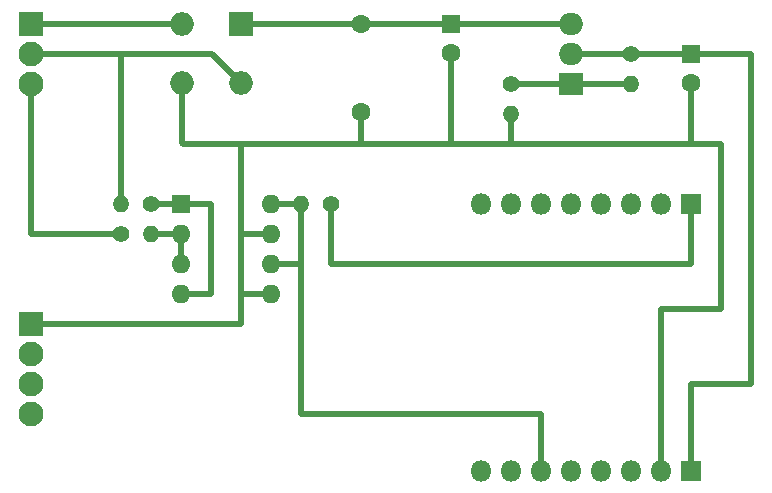
<source format=gbr>
G04 #@! TF.GenerationSoftware,KiCad,Pcbnew,(5.0.1-3-g963ef8bb5)*
G04 #@! TF.CreationDate,2018-12-14T14:37:57+01:00*
G04 #@! TF.ProjectId,WifiDoorBell-D1-mini,57696669446F6F7242656C6C2D44312D,1*
G04 #@! TF.SameCoordinates,Original*
G04 #@! TF.FileFunction,Copper,L2,Bot,Signal*
G04 #@! TF.FilePolarity,Positive*
%FSLAX46Y46*%
G04 Gerber Fmt 4.6, Leading zero omitted, Abs format (unit mm)*
G04 Created by KiCad (PCBNEW (5.0.1-3-g963ef8bb5)) date Freitag, 14. Dezember 2018 um 14:37:57*
%MOMM*%
%LPD*%
G01*
G04 APERTURE LIST*
G04 #@! TA.AperFunction,ComponentPad*
%ADD10R,1.800000X1.800000*%
G04 #@! TD*
G04 #@! TA.AperFunction,ComponentPad*
%ADD11O,1.800000X1.800000*%
G04 #@! TD*
G04 #@! TA.AperFunction,ComponentPad*
%ADD12R,1.600000X1.600000*%
G04 #@! TD*
G04 #@! TA.AperFunction,ComponentPad*
%ADD13C,1.600000*%
G04 #@! TD*
G04 #@! TA.AperFunction,ComponentPad*
%ADD14O,2.000000X2.000000*%
G04 #@! TD*
G04 #@! TA.AperFunction,ComponentPad*
%ADD15R,2.000000X2.000000*%
G04 #@! TD*
G04 #@! TA.AperFunction,ComponentPad*
%ADD16O,1.400000X1.400000*%
G04 #@! TD*
G04 #@! TA.AperFunction,ComponentPad*
%ADD17C,1.400000*%
G04 #@! TD*
G04 #@! TA.AperFunction,ComponentPad*
%ADD18R,2.000000X1.905000*%
G04 #@! TD*
G04 #@! TA.AperFunction,ComponentPad*
%ADD19O,2.000000X1.905000*%
G04 #@! TD*
G04 #@! TA.AperFunction,ComponentPad*
%ADD20O,1.600000X1.600000*%
G04 #@! TD*
G04 #@! TA.AperFunction,ComponentPad*
%ADD21R,2.100000X2.100000*%
G04 #@! TD*
G04 #@! TA.AperFunction,ComponentPad*
%ADD22C,2.100000*%
G04 #@! TD*
G04 #@! TA.AperFunction,Conductor*
%ADD23C,0.500000*%
G04 #@! TD*
G04 APERTURE END LIST*
D10*
G04 #@! TO.P,P2,1*
G04 #@! TO.N,/+3.3V*
X119380000Y-96520000D03*
D11*
G04 #@! TO.P,P2,2*
G04 #@! TO.N,/D8*
X116840000Y-96520000D03*
G04 #@! TO.P,P2,3*
G04 #@! TO.N,/D7*
X114300000Y-96520000D03*
G04 #@! TO.P,P2,4*
G04 #@! TO.N,/D6*
X111760000Y-96520000D03*
G04 #@! TO.P,P2,5*
G04 #@! TO.N,/D5*
X109220000Y-96520000D03*
G04 #@! TO.P,P2,6*
G04 #@! TO.N,/D0*
X106680000Y-96520000D03*
G04 #@! TO.P,P2,7*
G04 #@! TO.N,/A0*
X104140000Y-96520000D03*
G04 #@! TO.P,P2,8*
G04 #@! TO.N,/RST*
X101600000Y-96520000D03*
G04 #@! TD*
D12*
G04 #@! TO.P,C1,1*
G04 #@! TO.N,Net-(C1-Pad1)*
X99060000Y-81280000D03*
D13*
G04 #@! TO.P,C1,2*
G04 #@! TO.N,GND*
X99060000Y-83780000D03*
G04 #@! TD*
G04 #@! TO.P,C2,1*
G04 #@! TO.N,Net-(C1-Pad1)*
X91440000Y-81280000D03*
G04 #@! TO.P,C2,2*
G04 #@! TO.N,GND*
X91440000Y-88780000D03*
G04 #@! TD*
G04 #@! TO.P,C4,2*
G04 #@! TO.N,GND*
X119380000Y-86320000D03*
D12*
G04 #@! TO.P,C4,1*
G04 #@! TO.N,/+5V*
X119380000Y-83820000D03*
G04 #@! TD*
D14*
G04 #@! TO.P,D1,4*
G04 #@! TO.N,/Doorbell-Trafo-B*
X81280000Y-86280000D03*
G04 #@! TO.P,D1,2*
G04 #@! TO.N,/Doorbell-Trafo-A*
X76280000Y-81280000D03*
G04 #@! TO.P,D1,3*
G04 #@! TO.N,GND*
X76280000Y-86280000D03*
D15*
G04 #@! TO.P,D1,1*
G04 #@! TO.N,Net-(C1-Pad1)*
X81280000Y-81280000D03*
G04 #@! TD*
D16*
G04 #@! TO.P,R1,2*
G04 #@! TO.N,/Doorbell-Trafo-B*
X71120000Y-96520000D03*
D17*
G04 #@! TO.P,R1,1*
G04 #@! TO.N,Net-(R1-Pad1)*
X73660000Y-96520000D03*
G04 #@! TD*
G04 #@! TO.P,R2,1*
G04 #@! TO.N,/Doorbell-Button*
X71120000Y-99060000D03*
D16*
G04 #@! TO.P,R2,2*
G04 #@! TO.N,Net-(R2-Pad2)*
X73660000Y-99060000D03*
G04 #@! TD*
D17*
G04 #@! TO.P,R3,1*
G04 #@! TO.N,Net-(R3-Pad1)*
X104140000Y-86360000D03*
D16*
G04 #@! TO.P,R3,2*
G04 #@! TO.N,GND*
X104140000Y-88900000D03*
G04 #@! TD*
G04 #@! TO.P,R4,2*
G04 #@! TO.N,Net-(R3-Pad1)*
X114300000Y-86360000D03*
D17*
G04 #@! TO.P,R4,1*
G04 #@! TO.N,/+5V*
X114300000Y-83820000D03*
G04 #@! TD*
G04 #@! TO.P,R5,1*
G04 #@! TO.N,/+3.3V*
X88900000Y-96520000D03*
D16*
G04 #@! TO.P,R5,2*
G04 #@! TO.N,/D1*
X86360000Y-96520000D03*
G04 #@! TD*
D18*
G04 #@! TO.P,U1,1*
G04 #@! TO.N,Net-(R3-Pad1)*
X109220000Y-86360000D03*
D19*
G04 #@! TO.P,U1,2*
G04 #@! TO.N,/+5V*
X109220000Y-83820000D03*
G04 #@! TO.P,U1,3*
G04 #@! TO.N,Net-(C1-Pad1)*
X109220000Y-81280000D03*
G04 #@! TD*
D12*
G04 #@! TO.P,U2,1*
G04 #@! TO.N,Net-(R1-Pad1)*
X76200000Y-96520000D03*
D20*
G04 #@! TO.P,U2,5*
G04 #@! TO.N,GND*
X83820000Y-104140000D03*
G04 #@! TO.P,U2,2*
G04 #@! TO.N,Net-(R2-Pad2)*
X76200000Y-99060000D03*
G04 #@! TO.P,U2,6*
G04 #@! TO.N,/D1*
X83820000Y-101600000D03*
G04 #@! TO.P,U2,3*
G04 #@! TO.N,Net-(R2-Pad2)*
X76200000Y-101600000D03*
G04 #@! TO.P,U2,7*
G04 #@! TO.N,GND*
X83820000Y-99060000D03*
G04 #@! TO.P,U2,4*
G04 #@! TO.N,Net-(R1-Pad1)*
X76200000Y-104140000D03*
G04 #@! TO.P,U2,8*
G04 #@! TO.N,/D1*
X83820000Y-96520000D03*
G04 #@! TD*
D10*
G04 #@! TO.P,P1,1*
G04 #@! TO.N,/+5V*
X119380000Y-119130696D03*
D11*
G04 #@! TO.P,P1,2*
G04 #@! TO.N,GND*
X116840000Y-119130696D03*
G04 #@! TO.P,P1,3*
G04 #@! TO.N,/D4*
X114300000Y-119130696D03*
G04 #@! TO.P,P1,4*
G04 #@! TO.N,/D3*
X111760000Y-119130696D03*
G04 #@! TO.P,P1,5*
G04 #@! TO.N,/D2*
X109220000Y-119130696D03*
G04 #@! TO.P,P1,6*
G04 #@! TO.N,/D1*
X106680000Y-119130696D03*
G04 #@! TO.P,P1,7*
G04 #@! TO.N,/RX*
X104140000Y-119130696D03*
G04 #@! TO.P,P1,8*
G04 #@! TO.N,/TX*
X101600000Y-119130696D03*
G04 #@! TD*
D21*
G04 #@! TO.P,J1,1*
G04 #@! TO.N,/Doorbell-Trafo-A*
X63500000Y-81280000D03*
D22*
G04 #@! TO.P,J1,2*
G04 #@! TO.N,/Doorbell-Trafo-B*
X63500000Y-83820000D03*
G04 #@! TO.P,J1,3*
G04 #@! TO.N,/Doorbell-Button*
X63500000Y-86360000D03*
G04 #@! TD*
D21*
G04 #@! TO.P,J2,1*
G04 #@! TO.N,GND*
X63500000Y-106680000D03*
D22*
G04 #@! TO.P,J2,2*
G04 #@! TO.N,/+3.3V*
X63500000Y-109220000D03*
G04 #@! TO.P,J2,3*
G04 #@! TO.N,/D7*
X63500000Y-111760000D03*
G04 #@! TO.P,J2,4*
G04 #@! TO.N,/D4*
X63500000Y-114300000D03*
G04 #@! TD*
D23*
G04 #@! TO.N,/+5V*
X109220000Y-83820000D02*
X124460000Y-83820000D01*
X124460000Y-83820000D02*
X124460000Y-111760000D01*
X124460000Y-111760000D02*
X119380000Y-111760000D01*
X119380000Y-111760000D02*
X119380000Y-119130696D01*
G04 #@! TO.N,/D1*
X83820000Y-96520000D02*
X86360000Y-96520000D01*
X86360000Y-96520000D02*
X86360000Y-114300000D01*
X86360000Y-114300000D02*
X106680000Y-114300000D01*
X106680000Y-114300000D02*
X106680000Y-119130696D01*
X83820000Y-101600000D02*
X86360000Y-101600000D01*
G04 #@! TO.N,/+3.3V*
X88900000Y-96520000D02*
X88900000Y-101600000D01*
X88900000Y-101600000D02*
X119380000Y-101600000D01*
X119380000Y-101600000D02*
X119380000Y-96520000D01*
G04 #@! TO.N,Net-(C1-Pad1)*
X81280000Y-81280000D02*
X109220000Y-81280000D01*
G04 #@! TO.N,GND*
X76280000Y-86280000D02*
X76280000Y-91360000D01*
X76280000Y-91360000D02*
X76360000Y-91440000D01*
X76360000Y-91440000D02*
X121920000Y-91440000D01*
X121920000Y-91440000D02*
X121920000Y-105410000D01*
X121920000Y-105410000D02*
X116840000Y-105410000D01*
X116840000Y-105410000D02*
X116840000Y-119130696D01*
X81280000Y-104140000D02*
X83820000Y-104140000D01*
X81280000Y-91440000D02*
X81280000Y-104140000D01*
X81280000Y-99060000D02*
X83820000Y-99060000D01*
X91440000Y-88780000D02*
X91440000Y-91400000D01*
X99060000Y-83780000D02*
X99060000Y-91440000D01*
X99060000Y-91440000D02*
X101600000Y-91440000D01*
X104140000Y-88900000D02*
X104140000Y-91440000D01*
X119380000Y-86320000D02*
X119380000Y-91440000D01*
X73660000Y-106680000D02*
X81280000Y-106680000D01*
X81280000Y-106680000D02*
X81280000Y-104140000D01*
X73660000Y-106680000D02*
X63500000Y-106680000D01*
G04 #@! TO.N,/Doorbell-Trafo-A*
X63500000Y-81280000D02*
X76280000Y-81280000D01*
G04 #@! TO.N,/Doorbell-Trafo-B*
X78820000Y-83820000D02*
X81280000Y-86280000D01*
X71120000Y-83820000D02*
X78820000Y-83820000D01*
X71120000Y-86360000D02*
X71120000Y-96520000D01*
X71120000Y-86360000D02*
X71120000Y-83820000D01*
X63500000Y-83820000D02*
X71120000Y-83820000D01*
G04 #@! TO.N,/Doorbell-Button*
X63500000Y-91440000D02*
X63500000Y-99060000D01*
X63500000Y-99060000D02*
X71120000Y-99060000D01*
X63500000Y-91440000D02*
X63500000Y-86360000D01*
G04 #@! TO.N,Net-(R1-Pad1)*
X73660000Y-96520000D02*
X76200000Y-96520000D01*
X76200000Y-96520000D02*
X78740000Y-96520000D01*
X78740000Y-96520000D02*
X78740000Y-104140000D01*
X78740000Y-104140000D02*
X76200000Y-104140000D01*
G04 #@! TO.N,Net-(R2-Pad2)*
X73660000Y-99060000D02*
X76200000Y-99060000D01*
X76200000Y-99060000D02*
X76200000Y-101600000D01*
G04 #@! TO.N,Net-(R3-Pad1)*
X104140000Y-86360000D02*
X114300000Y-86360000D01*
G04 #@! TD*
M02*

</source>
